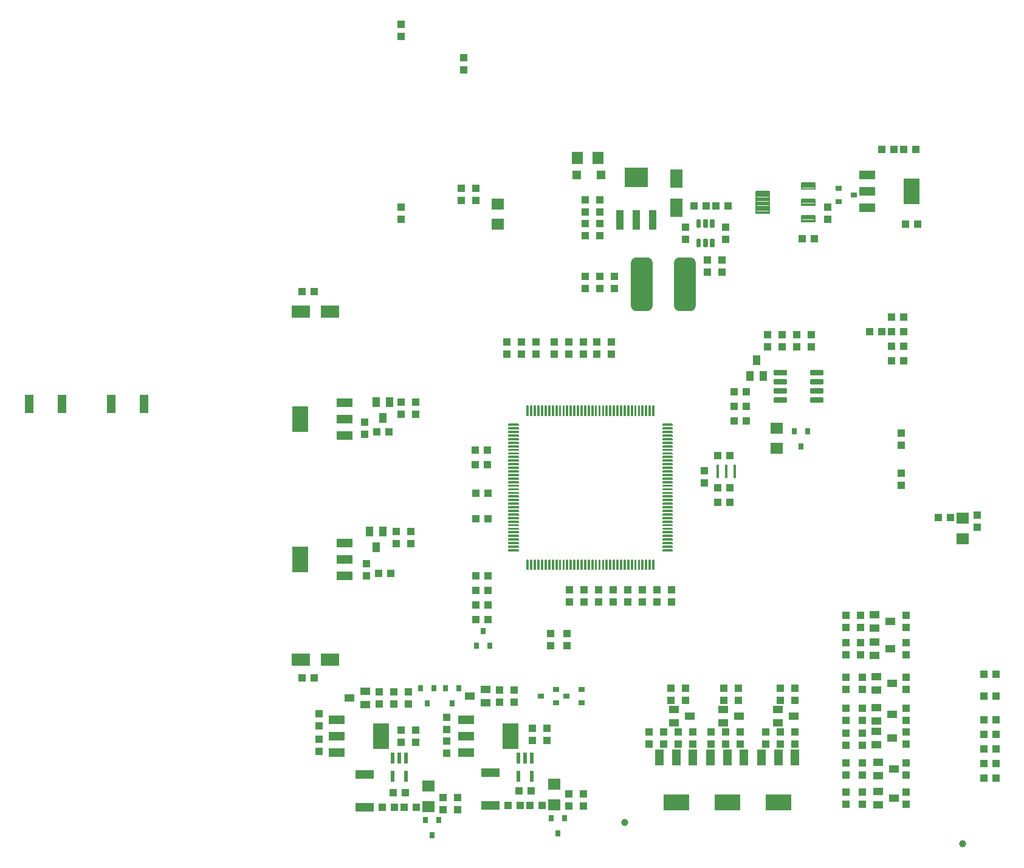
<source format=gbr>
G04 EAGLE Gerber RS-274X export*
G75*
%MOMM*%
%FSLAX34Y34*%
%LPD*%
%INSolderpaste Top*%
%IPPOS*%
%AMOC8*
5,1,8,0,0,1.08239X$1,22.5*%
G01*
%ADD10R,1.100000X1.000000*%
%ADD11R,1.000000X1.100000*%
%ADD12R,2.650000X1.750000*%
%ADD13R,0.800000X0.900000*%
%ADD14R,1.750000X2.650000*%
%ADD15R,0.900000X0.800000*%
%ADD16C,0.360000*%
%ADD17R,0.609600X1.625600*%
%ADD18C,0.300000*%
%ADD19R,3.300000X2.700000*%
%ADD20R,1.000000X2.700000*%
%ADD21C,1.500000*%
%ADD22R,2.235200X1.219200*%
%ADD23R,2.200000X3.600000*%
%ADD24R,1.000000X1.400000*%
%ADD25R,1.400000X1.000000*%
%ADD26R,1.803000X1.600000*%
%ADD27R,2.658000X1.256000*%
%ADD28R,1.219200X2.235200*%
%ADD29R,3.600000X2.200000*%
%ADD30R,1.300000X1.300000*%
%ADD31R,1.600000X1.803000*%
%ADD32R,1.256000X2.658000*%
%ADD33C,1.000000*%
%ADD34C,0.200000*%
%ADD35C,0.205000*%
%ADD36R,0.400000X1.900000*%
%ADD37C,0.150000*%


D10*
X575700Y81280D03*
X592700Y81280D03*
D11*
X612140Y225180D03*
X612140Y242180D03*
X1049020Y844160D03*
X1049020Y827160D03*
X1028700Y844160D03*
X1028700Y827160D03*
X899160Y821300D03*
X899160Y804300D03*
X878840Y821300D03*
X878840Y804300D03*
X858520Y821300D03*
X858520Y804300D03*
X998220Y889880D03*
X998220Y872880D03*
X810260Y323460D03*
X810260Y306460D03*
X878840Y877960D03*
X878840Y894960D03*
X858520Y877960D03*
X858520Y894960D03*
X878840Y927980D03*
X878840Y910980D03*
X858520Y927980D03*
X858520Y910980D03*
X1173480Y740020D03*
X1173480Y723020D03*
X1153160Y740020D03*
X1153160Y723020D03*
D10*
X1285630Y744220D03*
X1302630Y744220D03*
X1319140Y998220D03*
X1302140Y998220D03*
X606180Y81280D03*
X623180Y81280D03*
X781440Y83820D03*
X798440Y83820D03*
X750960Y83820D03*
X767960Y83820D03*
D11*
X833120Y323460D03*
X833120Y306460D03*
D12*
X462450Y772160D03*
X502750Y772160D03*
D13*
X706812Y306230D03*
X725812Y306230D03*
X716312Y327230D03*
D14*
X985520Y917110D03*
X985520Y957410D03*
D12*
X462450Y287020D03*
X502750Y287020D03*
D15*
X1211740Y944220D03*
X1211740Y925220D03*
X1232740Y934720D03*
D13*
X654660Y63340D03*
X635660Y63340D03*
X645160Y42340D03*
X682600Y247490D03*
X663600Y247490D03*
X673100Y226490D03*
X829920Y65880D03*
X810920Y65880D03*
X820420Y44880D03*
D15*
X853280Y226720D03*
X853280Y245720D03*
X832280Y236220D03*
X817720Y226720D03*
X817720Y245720D03*
X796720Y236220D03*
D13*
X648310Y247490D03*
X629310Y247490D03*
X638810Y226490D03*
D16*
X1122600Y685270D02*
X1138000Y685270D01*
X1122600Y685270D02*
X1122600Y688870D01*
X1138000Y688870D01*
X1138000Y685270D01*
X1138000Y688690D02*
X1122600Y688690D01*
X1122600Y672570D02*
X1138000Y672570D01*
X1122600Y672570D02*
X1122600Y676170D01*
X1138000Y676170D01*
X1138000Y672570D01*
X1138000Y675990D02*
X1122600Y675990D01*
X1122600Y659870D02*
X1138000Y659870D01*
X1122600Y659870D02*
X1122600Y663470D01*
X1138000Y663470D01*
X1138000Y659870D01*
X1138000Y663290D02*
X1122600Y663290D01*
X1122600Y647170D02*
X1138000Y647170D01*
X1122600Y647170D02*
X1122600Y650770D01*
X1138000Y650770D01*
X1138000Y647170D01*
X1138000Y650590D02*
X1122600Y650590D01*
X1173400Y647170D02*
X1188800Y647170D01*
X1173400Y647170D02*
X1173400Y650770D01*
X1188800Y650770D01*
X1188800Y647170D01*
X1188800Y650590D02*
X1173400Y650590D01*
X1173400Y659870D02*
X1188800Y659870D01*
X1173400Y659870D02*
X1173400Y663470D01*
X1188800Y663470D01*
X1188800Y659870D01*
X1188800Y663290D02*
X1173400Y663290D01*
X1173400Y672570D02*
X1188800Y672570D01*
X1173400Y672570D02*
X1173400Y676170D01*
X1188800Y676170D01*
X1188800Y672570D01*
X1188800Y675990D02*
X1173400Y675990D01*
X1173400Y685270D02*
X1188800Y685270D01*
X1173400Y685270D02*
X1173400Y688870D01*
X1188800Y688870D01*
X1188800Y685270D01*
X1188800Y688690D02*
X1173400Y688690D01*
D17*
X784200Y149606D03*
X774700Y149606D03*
X765200Y149606D03*
X765200Y124714D03*
X784200Y124714D03*
X608940Y149606D03*
X599440Y149606D03*
X589940Y149606D03*
X589940Y124714D03*
X608940Y124714D03*
D18*
X1015160Y890880D02*
X1018160Y890880D01*
X1015160Y890880D02*
X1015160Y898880D01*
X1018160Y898880D01*
X1018160Y890880D01*
X1018160Y893730D02*
X1015160Y893730D01*
X1015160Y896580D02*
X1018160Y896580D01*
X1034160Y890880D02*
X1037160Y890880D01*
X1034160Y890880D02*
X1034160Y898880D01*
X1037160Y898880D01*
X1037160Y890880D01*
X1037160Y893730D02*
X1034160Y893730D01*
X1034160Y896580D02*
X1037160Y896580D01*
X1037160Y863880D02*
X1034160Y863880D01*
X1034160Y871880D01*
X1037160Y871880D01*
X1037160Y863880D01*
X1037160Y866730D02*
X1034160Y866730D01*
X1034160Y869580D02*
X1037160Y869580D01*
X1027660Y863880D02*
X1024660Y863880D01*
X1024660Y871880D01*
X1027660Y871880D01*
X1027660Y863880D01*
X1027660Y866730D02*
X1024660Y866730D01*
X1024660Y869580D02*
X1027660Y869580D01*
X1018160Y863880D02*
X1015160Y863880D01*
X1015160Y871880D01*
X1018160Y871880D01*
X1018160Y863880D01*
X1018160Y866730D02*
X1015160Y866730D01*
X1015160Y869580D02*
X1018160Y869580D01*
X1024660Y890880D02*
X1027660Y890880D01*
X1024660Y890880D02*
X1024660Y898880D01*
X1027660Y898880D01*
X1027660Y890880D01*
X1027660Y893730D02*
X1024660Y893730D01*
X1024660Y896580D02*
X1027660Y896580D01*
D19*
X929640Y959140D03*
D20*
X952640Y900140D03*
X929640Y900140D03*
X906640Y900140D03*
D21*
X990240Y840260D02*
X1005240Y840260D01*
X1005240Y780260D01*
X990240Y780260D01*
X990240Y840260D01*
X990240Y794510D02*
X1005240Y794510D01*
X1005240Y808760D02*
X990240Y808760D01*
X990240Y823010D02*
X1005240Y823010D01*
X1005240Y837260D02*
X990240Y837260D01*
X945240Y840260D02*
X930240Y840260D01*
X945240Y840260D02*
X945240Y780260D01*
X930240Y780260D01*
X930240Y840260D01*
X930240Y794510D02*
X945240Y794510D01*
X945240Y808760D02*
X930240Y808760D01*
X930240Y823010D02*
X945240Y823010D01*
X945240Y837260D02*
X930240Y837260D01*
D22*
X523748Y599186D03*
X523748Y622300D03*
X523748Y645414D03*
D23*
X461770Y622300D03*
D24*
X1097280Y704420D03*
X1106780Y682420D03*
X1087780Y682420D03*
X576580Y624000D03*
X567080Y646000D03*
X586080Y646000D03*
D22*
X523748Y403606D03*
X523748Y426720D03*
X523748Y449834D03*
D23*
X461770Y426720D03*
D24*
X567690Y443660D03*
X558190Y465660D03*
X577190Y465660D03*
D22*
X1251712Y962914D03*
X1251712Y939800D03*
X1251712Y916686D03*
D23*
X1313690Y939800D03*
D22*
X692912Y203454D03*
X692912Y180340D03*
X692912Y157226D03*
D23*
X754890Y180340D03*
D25*
X697660Y236220D03*
X719660Y245720D03*
X719660Y226720D03*
D22*
X512572Y203454D03*
X512572Y180340D03*
X512572Y157226D03*
D23*
X574550Y180340D03*
D25*
X530020Y233680D03*
X552020Y243180D03*
X552020Y224180D03*
D10*
X480940Y800100D03*
X463940Y800100D03*
D11*
X553720Y404250D03*
X553720Y421250D03*
D10*
X587620Y407670D03*
X570620Y407670D03*
D11*
X595630Y448700D03*
X595630Y465700D03*
X615950Y465700D03*
X615950Y448700D03*
D10*
X1112520Y723020D03*
X1112520Y740020D03*
X1132840Y723020D03*
X1132840Y740020D03*
D11*
X1082920Y619760D03*
X1065920Y619760D03*
X1288660Y998220D03*
X1271660Y998220D03*
D26*
X640080Y82300D03*
X640080Y110740D03*
D10*
X660400Y94860D03*
X660400Y77860D03*
D11*
X551180Y601100D03*
X551180Y618100D03*
D10*
X680720Y77860D03*
X680720Y94860D03*
D26*
X815340Y84840D03*
X815340Y113280D03*
D10*
X835660Y99940D03*
X835660Y82940D03*
X855980Y82940D03*
X855980Y99940D03*
D11*
X665480Y173600D03*
X665480Y156600D03*
X665480Y206620D03*
X665480Y189620D03*
X739140Y244720D03*
X739140Y227720D03*
X759460Y227720D03*
X759460Y244720D03*
D27*
X726440Y129690D03*
X726440Y83670D03*
D11*
X784860Y191380D03*
X784860Y174380D03*
D10*
X585080Y604520D03*
X568080Y604520D03*
D11*
X805180Y174380D03*
X805180Y191380D03*
D10*
X766200Y104140D03*
X783200Y104140D03*
D11*
X487680Y176140D03*
X487680Y159140D03*
X487680Y211700D03*
X487680Y194700D03*
X571500Y242180D03*
X571500Y225180D03*
X591820Y225180D03*
X591820Y242180D03*
D27*
X551180Y127150D03*
X551180Y81130D03*
D11*
X601980Y188840D03*
X601980Y171840D03*
X622300Y171840D03*
X622300Y188840D03*
D10*
X590940Y101600D03*
X607940Y101600D03*
D11*
X601980Y629040D03*
X601980Y646040D03*
X723510Y363220D03*
X706510Y363220D03*
X723510Y383540D03*
X706510Y383540D03*
X723510Y342900D03*
X706510Y342900D03*
D10*
X1054100Y889880D03*
X1054100Y872880D03*
D11*
X1040520Y919480D03*
X1057520Y919480D03*
X1027040Y919480D03*
X1010040Y919480D03*
X1082920Y640080D03*
X1065920Y640080D03*
X1082920Y660400D03*
X1065920Y660400D03*
X1272150Y744220D03*
X1255150Y744220D03*
X622300Y646040D03*
X622300Y629040D03*
X1285630Y723900D03*
X1302630Y723900D03*
D10*
X480940Y261620D03*
X463940Y261620D03*
D11*
X1299210Y529980D03*
X1299210Y546980D03*
X1299210Y602860D03*
X1299210Y585860D03*
D26*
X1384300Y484120D03*
X1384300Y455680D03*
D11*
X1404620Y471560D03*
X1404620Y488560D03*
X1350400Y485140D03*
X1367400Y485140D03*
D13*
X1169010Y605630D03*
X1150010Y605630D03*
X1159510Y584630D03*
D26*
X1125220Y609850D03*
X1125220Y581410D03*
D11*
X1285630Y764540D03*
X1302630Y764540D03*
X1285630Y703580D03*
X1302630Y703580D03*
D10*
X998220Y247260D03*
X998220Y230260D03*
X977900Y247260D03*
X977900Y230260D03*
D25*
X1004140Y208280D03*
X982140Y198780D03*
X982140Y217780D03*
D28*
X1008634Y150368D03*
X985520Y150368D03*
X962406Y150368D03*
D29*
X985520Y88390D03*
D10*
X1008380Y186300D03*
X1008380Y169300D03*
X988060Y169300D03*
X988060Y186300D03*
X1150620Y247260D03*
X1150620Y230260D03*
X1130300Y247260D03*
X1130300Y230260D03*
D25*
X1148920Y208280D03*
X1126920Y198780D03*
X1126920Y217780D03*
D28*
X1150874Y150368D03*
X1127760Y150368D03*
X1104646Y150368D03*
D29*
X1127760Y88390D03*
D10*
X1150620Y186300D03*
X1150620Y169300D03*
X1130300Y169300D03*
X1130300Y186300D03*
X1071880Y247260D03*
X1071880Y230260D03*
X1051560Y247260D03*
X1051560Y230260D03*
D25*
X1072720Y208280D03*
X1050720Y198780D03*
X1050720Y217780D03*
D28*
X1079754Y150368D03*
X1056640Y150368D03*
X1033526Y150368D03*
D29*
X1056640Y88390D03*
D10*
X1074420Y186300D03*
X1074420Y169300D03*
X1054100Y169300D03*
X1054100Y186300D03*
X1413900Y266700D03*
X1430900Y266700D03*
X1413900Y236220D03*
X1430900Y236220D03*
X1413900Y203200D03*
X1430900Y203200D03*
D11*
X1109980Y186300D03*
X1109980Y169300D03*
X1033780Y186300D03*
X1033780Y169300D03*
X967740Y186300D03*
X967740Y169300D03*
D10*
X947420Y186300D03*
X947420Y169300D03*
D25*
X1288620Y93980D03*
X1266620Y84480D03*
X1266620Y103480D03*
D11*
X1305560Y85480D03*
X1305560Y102480D03*
D10*
X1244600Y102480D03*
X1244600Y85480D03*
X1221740Y85480D03*
X1221740Y102480D03*
D25*
X1288620Y134620D03*
X1266620Y125120D03*
X1266620Y144120D03*
D11*
X1305560Y143120D03*
X1305560Y126120D03*
D10*
X1244600Y143120D03*
X1244600Y126120D03*
X1221740Y126120D03*
X1221740Y143120D03*
D25*
X1286080Y177800D03*
X1264080Y168300D03*
X1264080Y187300D03*
D11*
X1305560Y186300D03*
X1305560Y169300D03*
D10*
X1244600Y185030D03*
X1244600Y168030D03*
X1221740Y168030D03*
X1221740Y185030D03*
D25*
X1283540Y302260D03*
X1261540Y292760D03*
X1261540Y311760D03*
D11*
X1305560Y310760D03*
X1305560Y293760D03*
D10*
X1242060Y310760D03*
X1242060Y293760D03*
X1221740Y293760D03*
X1221740Y310760D03*
D25*
X1286080Y210820D03*
X1264080Y201320D03*
X1264080Y220320D03*
D11*
X1305560Y202320D03*
X1305560Y219320D03*
D10*
X1244600Y219320D03*
X1244600Y202320D03*
X1221740Y202320D03*
X1221740Y219320D03*
D25*
X1283540Y340360D03*
X1261540Y330860D03*
X1261540Y349860D03*
D11*
X1305560Y348860D03*
X1305560Y331860D03*
D10*
X1242060Y348860D03*
X1242060Y331860D03*
X1221740Y331860D03*
X1221740Y348860D03*
D25*
X1286080Y254000D03*
X1264080Y244500D03*
X1264080Y263500D03*
D11*
X1305560Y262500D03*
X1305560Y245500D03*
D10*
X1244600Y262500D03*
X1244600Y245500D03*
X1221740Y245500D03*
X1221740Y262500D03*
D11*
X815340Y712860D03*
X815340Y729860D03*
D10*
X1321680Y894080D03*
X1304680Y894080D03*
D30*
X846600Y962660D03*
X880600Y962660D03*
D31*
X848110Y986790D03*
X876550Y986790D03*
D11*
X1430900Y162560D03*
X1413900Y162560D03*
X1430900Y182880D03*
X1413900Y182880D03*
X1430900Y121920D03*
X1413900Y121920D03*
X1430900Y142240D03*
X1413900Y142240D03*
D32*
X197970Y643890D03*
X243990Y643890D03*
X83670Y643890D03*
X129690Y643890D03*
D33*
X1384300Y30480D03*
X914019Y59944D03*
D34*
X1160420Y897560D02*
X1160420Y905560D01*
X1178920Y905560D01*
X1178920Y897560D01*
X1160420Y897560D01*
X1160420Y899460D02*
X1178920Y899460D01*
X1178920Y901360D02*
X1160420Y901360D01*
X1160420Y903260D02*
X1178920Y903260D01*
X1178920Y905160D02*
X1160420Y905160D01*
X1160420Y920560D02*
X1160420Y928560D01*
X1178920Y928560D01*
X1178920Y920560D01*
X1160420Y920560D01*
X1160420Y922460D02*
X1178920Y922460D01*
X1178920Y924360D02*
X1160420Y924360D01*
X1160420Y926260D02*
X1178920Y926260D01*
X1178920Y928160D02*
X1160420Y928160D01*
X1160420Y943560D02*
X1160420Y951560D01*
X1178920Y951560D01*
X1178920Y943560D01*
X1160420Y943560D01*
X1160420Y945460D02*
X1178920Y945460D01*
X1178920Y947360D02*
X1160420Y947360D01*
X1160420Y949260D02*
X1178920Y949260D01*
X1178920Y951160D02*
X1160420Y951160D01*
D35*
X1096945Y939785D02*
X1096945Y909335D01*
X1096945Y939785D02*
X1115395Y939785D01*
X1115395Y909335D01*
X1096945Y909335D01*
X1096945Y911282D02*
X1115395Y911282D01*
X1115395Y913229D02*
X1096945Y913229D01*
X1096945Y915176D02*
X1115395Y915176D01*
X1115395Y917123D02*
X1096945Y917123D01*
X1096945Y919070D02*
X1115395Y919070D01*
X1115395Y921017D02*
X1096945Y921017D01*
X1096945Y922964D02*
X1115395Y922964D01*
X1115395Y924911D02*
X1096945Y924911D01*
X1096945Y926858D02*
X1115395Y926858D01*
X1115395Y928805D02*
X1096945Y928805D01*
X1096945Y930752D02*
X1115395Y930752D01*
X1115395Y932699D02*
X1096945Y932699D01*
X1096945Y934646D02*
X1115395Y934646D01*
X1115395Y936593D02*
X1096945Y936593D01*
X1096945Y938540D02*
X1115395Y938540D01*
D10*
X1196340Y900820D03*
X1196340Y917820D03*
D11*
X1161170Y873760D03*
X1178170Y873760D03*
D10*
X1024890Y533790D03*
X1024890Y550790D03*
D11*
X1060060Y527050D03*
X1043060Y527050D03*
D10*
X1060060Y571500D03*
X1043060Y571500D03*
X1060060Y506730D03*
X1043060Y506730D03*
X769620Y712860D03*
X769620Y729860D03*
X789940Y712860D03*
X789940Y729860D03*
D11*
X895350Y729860D03*
X895350Y712860D03*
X835660Y729860D03*
X835660Y712860D03*
D10*
X705240Y558800D03*
X722240Y558800D03*
X706510Y519430D03*
X723510Y519430D03*
X705240Y579120D03*
X722240Y579120D03*
X706510Y483870D03*
X723510Y483870D03*
D11*
X958850Y367420D03*
X958850Y384420D03*
X918210Y367420D03*
X918210Y384420D03*
X938530Y367420D03*
X938530Y384420D03*
X897890Y367420D03*
X897890Y384420D03*
X877570Y367420D03*
X877570Y384420D03*
X857250Y367420D03*
X857250Y384420D03*
D10*
X706510Y403860D03*
X723510Y403860D03*
D11*
X979170Y367420D03*
X979170Y384420D03*
X836930Y367420D03*
X836930Y384420D03*
D36*
X1043370Y549910D03*
X1055370Y549910D03*
X1067370Y549910D03*
D10*
X601980Y1173090D03*
X601980Y1156090D03*
D11*
X685800Y944490D03*
X685800Y927490D03*
X689610Y1126100D03*
X689610Y1109100D03*
X601980Y917820D03*
X601980Y900820D03*
X706120Y944490D03*
X706120Y927490D03*
X749300Y712860D03*
X749300Y729860D03*
D10*
X855980Y712860D03*
X855980Y729860D03*
D11*
X875030Y712860D03*
X875030Y729860D03*
D37*
X952890Y426300D02*
X954390Y426300D01*
X954390Y413300D01*
X952890Y413300D01*
X952890Y426300D01*
X952890Y414725D02*
X954390Y414725D01*
X954390Y416150D02*
X952890Y416150D01*
X952890Y417575D02*
X954390Y417575D01*
X954390Y419000D02*
X952890Y419000D01*
X952890Y420425D02*
X954390Y420425D01*
X954390Y421850D02*
X952890Y421850D01*
X952890Y423275D02*
X954390Y423275D01*
X954390Y424700D02*
X952890Y424700D01*
X952890Y426125D02*
X954390Y426125D01*
X949390Y426300D02*
X947890Y426300D01*
X949390Y426300D02*
X949390Y413300D01*
X947890Y413300D01*
X947890Y426300D01*
X947890Y414725D02*
X949390Y414725D01*
X949390Y416150D02*
X947890Y416150D01*
X947890Y417575D02*
X949390Y417575D01*
X949390Y419000D02*
X947890Y419000D01*
X947890Y420425D02*
X949390Y420425D01*
X949390Y421850D02*
X947890Y421850D01*
X947890Y423275D02*
X949390Y423275D01*
X949390Y424700D02*
X947890Y424700D01*
X947890Y426125D02*
X949390Y426125D01*
X944390Y426300D02*
X942890Y426300D01*
X944390Y426300D02*
X944390Y413300D01*
X942890Y413300D01*
X942890Y426300D01*
X942890Y414725D02*
X944390Y414725D01*
X944390Y416150D02*
X942890Y416150D01*
X942890Y417575D02*
X944390Y417575D01*
X944390Y419000D02*
X942890Y419000D01*
X942890Y420425D02*
X944390Y420425D01*
X944390Y421850D02*
X942890Y421850D01*
X942890Y423275D02*
X944390Y423275D01*
X944390Y424700D02*
X942890Y424700D01*
X942890Y426125D02*
X944390Y426125D01*
X939390Y426300D02*
X937890Y426300D01*
X939390Y426300D02*
X939390Y413300D01*
X937890Y413300D01*
X937890Y426300D01*
X937890Y414725D02*
X939390Y414725D01*
X939390Y416150D02*
X937890Y416150D01*
X937890Y417575D02*
X939390Y417575D01*
X939390Y419000D02*
X937890Y419000D01*
X937890Y420425D02*
X939390Y420425D01*
X939390Y421850D02*
X937890Y421850D01*
X937890Y423275D02*
X939390Y423275D01*
X939390Y424700D02*
X937890Y424700D01*
X937890Y426125D02*
X939390Y426125D01*
X934390Y426300D02*
X932890Y426300D01*
X934390Y426300D02*
X934390Y413300D01*
X932890Y413300D01*
X932890Y426300D01*
X932890Y414725D02*
X934390Y414725D01*
X934390Y416150D02*
X932890Y416150D01*
X932890Y417575D02*
X934390Y417575D01*
X934390Y419000D02*
X932890Y419000D01*
X932890Y420425D02*
X934390Y420425D01*
X934390Y421850D02*
X932890Y421850D01*
X932890Y423275D02*
X934390Y423275D01*
X934390Y424700D02*
X932890Y424700D01*
X932890Y426125D02*
X934390Y426125D01*
X929390Y426300D02*
X927890Y426300D01*
X929390Y426300D02*
X929390Y413300D01*
X927890Y413300D01*
X927890Y426300D01*
X927890Y414725D02*
X929390Y414725D01*
X929390Y416150D02*
X927890Y416150D01*
X927890Y417575D02*
X929390Y417575D01*
X929390Y419000D02*
X927890Y419000D01*
X927890Y420425D02*
X929390Y420425D01*
X929390Y421850D02*
X927890Y421850D01*
X927890Y423275D02*
X929390Y423275D01*
X929390Y424700D02*
X927890Y424700D01*
X927890Y426125D02*
X929390Y426125D01*
X924390Y426300D02*
X922890Y426300D01*
X924390Y426300D02*
X924390Y413300D01*
X922890Y413300D01*
X922890Y426300D01*
X922890Y414725D02*
X924390Y414725D01*
X924390Y416150D02*
X922890Y416150D01*
X922890Y417575D02*
X924390Y417575D01*
X924390Y419000D02*
X922890Y419000D01*
X922890Y420425D02*
X924390Y420425D01*
X924390Y421850D02*
X922890Y421850D01*
X922890Y423275D02*
X924390Y423275D01*
X924390Y424700D02*
X922890Y424700D01*
X922890Y426125D02*
X924390Y426125D01*
X919390Y426300D02*
X917890Y426300D01*
X919390Y426300D02*
X919390Y413300D01*
X917890Y413300D01*
X917890Y426300D01*
X917890Y414725D02*
X919390Y414725D01*
X919390Y416150D02*
X917890Y416150D01*
X917890Y417575D02*
X919390Y417575D01*
X919390Y419000D02*
X917890Y419000D01*
X917890Y420425D02*
X919390Y420425D01*
X919390Y421850D02*
X917890Y421850D01*
X917890Y423275D02*
X919390Y423275D01*
X919390Y424700D02*
X917890Y424700D01*
X917890Y426125D02*
X919390Y426125D01*
X914390Y426300D02*
X912890Y426300D01*
X914390Y426300D02*
X914390Y413300D01*
X912890Y413300D01*
X912890Y426300D01*
X912890Y414725D02*
X914390Y414725D01*
X914390Y416150D02*
X912890Y416150D01*
X912890Y417575D02*
X914390Y417575D01*
X914390Y419000D02*
X912890Y419000D01*
X912890Y420425D02*
X914390Y420425D01*
X914390Y421850D02*
X912890Y421850D01*
X912890Y423275D02*
X914390Y423275D01*
X914390Y424700D02*
X912890Y424700D01*
X912890Y426125D02*
X914390Y426125D01*
X909390Y426300D02*
X907890Y426300D01*
X909390Y426300D02*
X909390Y413300D01*
X907890Y413300D01*
X907890Y426300D01*
X907890Y414725D02*
X909390Y414725D01*
X909390Y416150D02*
X907890Y416150D01*
X907890Y417575D02*
X909390Y417575D01*
X909390Y419000D02*
X907890Y419000D01*
X907890Y420425D02*
X909390Y420425D01*
X909390Y421850D02*
X907890Y421850D01*
X907890Y423275D02*
X909390Y423275D01*
X909390Y424700D02*
X907890Y424700D01*
X907890Y426125D02*
X909390Y426125D01*
X904390Y426300D02*
X902890Y426300D01*
X904390Y426300D02*
X904390Y413300D01*
X902890Y413300D01*
X902890Y426300D01*
X902890Y414725D02*
X904390Y414725D01*
X904390Y416150D02*
X902890Y416150D01*
X902890Y417575D02*
X904390Y417575D01*
X904390Y419000D02*
X902890Y419000D01*
X902890Y420425D02*
X904390Y420425D01*
X904390Y421850D02*
X902890Y421850D01*
X902890Y423275D02*
X904390Y423275D01*
X904390Y424700D02*
X902890Y424700D01*
X902890Y426125D02*
X904390Y426125D01*
X899390Y426300D02*
X897890Y426300D01*
X899390Y426300D02*
X899390Y413300D01*
X897890Y413300D01*
X897890Y426300D01*
X897890Y414725D02*
X899390Y414725D01*
X899390Y416150D02*
X897890Y416150D01*
X897890Y417575D02*
X899390Y417575D01*
X899390Y419000D02*
X897890Y419000D01*
X897890Y420425D02*
X899390Y420425D01*
X899390Y421850D02*
X897890Y421850D01*
X897890Y423275D02*
X899390Y423275D01*
X899390Y424700D02*
X897890Y424700D01*
X897890Y426125D02*
X899390Y426125D01*
X894390Y426300D02*
X892890Y426300D01*
X894390Y426300D02*
X894390Y413300D01*
X892890Y413300D01*
X892890Y426300D01*
X892890Y414725D02*
X894390Y414725D01*
X894390Y416150D02*
X892890Y416150D01*
X892890Y417575D02*
X894390Y417575D01*
X894390Y419000D02*
X892890Y419000D01*
X892890Y420425D02*
X894390Y420425D01*
X894390Y421850D02*
X892890Y421850D01*
X892890Y423275D02*
X894390Y423275D01*
X894390Y424700D02*
X892890Y424700D01*
X892890Y426125D02*
X894390Y426125D01*
X889390Y426300D02*
X887890Y426300D01*
X889390Y426300D02*
X889390Y413300D01*
X887890Y413300D01*
X887890Y426300D01*
X887890Y414725D02*
X889390Y414725D01*
X889390Y416150D02*
X887890Y416150D01*
X887890Y417575D02*
X889390Y417575D01*
X889390Y419000D02*
X887890Y419000D01*
X887890Y420425D02*
X889390Y420425D01*
X889390Y421850D02*
X887890Y421850D01*
X887890Y423275D02*
X889390Y423275D01*
X889390Y424700D02*
X887890Y424700D01*
X887890Y426125D02*
X889390Y426125D01*
X884390Y426300D02*
X882890Y426300D01*
X884390Y426300D02*
X884390Y413300D01*
X882890Y413300D01*
X882890Y426300D01*
X882890Y414725D02*
X884390Y414725D01*
X884390Y416150D02*
X882890Y416150D01*
X882890Y417575D02*
X884390Y417575D01*
X884390Y419000D02*
X882890Y419000D01*
X882890Y420425D02*
X884390Y420425D01*
X884390Y421850D02*
X882890Y421850D01*
X882890Y423275D02*
X884390Y423275D01*
X884390Y424700D02*
X882890Y424700D01*
X882890Y426125D02*
X884390Y426125D01*
X879390Y426300D02*
X877890Y426300D01*
X879390Y426300D02*
X879390Y413300D01*
X877890Y413300D01*
X877890Y426300D01*
X877890Y414725D02*
X879390Y414725D01*
X879390Y416150D02*
X877890Y416150D01*
X877890Y417575D02*
X879390Y417575D01*
X879390Y419000D02*
X877890Y419000D01*
X877890Y420425D02*
X879390Y420425D01*
X879390Y421850D02*
X877890Y421850D01*
X877890Y423275D02*
X879390Y423275D01*
X879390Y424700D02*
X877890Y424700D01*
X877890Y426125D02*
X879390Y426125D01*
X874390Y426300D02*
X872890Y426300D01*
X874390Y426300D02*
X874390Y413300D01*
X872890Y413300D01*
X872890Y426300D01*
X872890Y414725D02*
X874390Y414725D01*
X874390Y416150D02*
X872890Y416150D01*
X872890Y417575D02*
X874390Y417575D01*
X874390Y419000D02*
X872890Y419000D01*
X872890Y420425D02*
X874390Y420425D01*
X874390Y421850D02*
X872890Y421850D01*
X872890Y423275D02*
X874390Y423275D01*
X874390Y424700D02*
X872890Y424700D01*
X872890Y426125D02*
X874390Y426125D01*
X869390Y426300D02*
X867890Y426300D01*
X869390Y426300D02*
X869390Y413300D01*
X867890Y413300D01*
X867890Y426300D01*
X867890Y414725D02*
X869390Y414725D01*
X869390Y416150D02*
X867890Y416150D01*
X867890Y417575D02*
X869390Y417575D01*
X869390Y419000D02*
X867890Y419000D01*
X867890Y420425D02*
X869390Y420425D01*
X869390Y421850D02*
X867890Y421850D01*
X867890Y423275D02*
X869390Y423275D01*
X869390Y424700D02*
X867890Y424700D01*
X867890Y426125D02*
X869390Y426125D01*
X864390Y426300D02*
X862890Y426300D01*
X864390Y426300D02*
X864390Y413300D01*
X862890Y413300D01*
X862890Y426300D01*
X862890Y414725D02*
X864390Y414725D01*
X864390Y416150D02*
X862890Y416150D01*
X862890Y417575D02*
X864390Y417575D01*
X864390Y419000D02*
X862890Y419000D01*
X862890Y420425D02*
X864390Y420425D01*
X864390Y421850D02*
X862890Y421850D01*
X862890Y423275D02*
X864390Y423275D01*
X864390Y424700D02*
X862890Y424700D01*
X862890Y426125D02*
X864390Y426125D01*
X859390Y426300D02*
X857890Y426300D01*
X859390Y426300D02*
X859390Y413300D01*
X857890Y413300D01*
X857890Y426300D01*
X857890Y414725D02*
X859390Y414725D01*
X859390Y416150D02*
X857890Y416150D01*
X857890Y417575D02*
X859390Y417575D01*
X859390Y419000D02*
X857890Y419000D01*
X857890Y420425D02*
X859390Y420425D01*
X859390Y421850D02*
X857890Y421850D01*
X857890Y423275D02*
X859390Y423275D01*
X859390Y424700D02*
X857890Y424700D01*
X857890Y426125D02*
X859390Y426125D01*
X854390Y426300D02*
X852890Y426300D01*
X854390Y426300D02*
X854390Y413300D01*
X852890Y413300D01*
X852890Y426300D01*
X852890Y414725D02*
X854390Y414725D01*
X854390Y416150D02*
X852890Y416150D01*
X852890Y417575D02*
X854390Y417575D01*
X854390Y419000D02*
X852890Y419000D01*
X852890Y420425D02*
X854390Y420425D01*
X854390Y421850D02*
X852890Y421850D01*
X852890Y423275D02*
X854390Y423275D01*
X854390Y424700D02*
X852890Y424700D01*
X852890Y426125D02*
X854390Y426125D01*
X849390Y426300D02*
X847890Y426300D01*
X849390Y426300D02*
X849390Y413300D01*
X847890Y413300D01*
X847890Y426300D01*
X847890Y414725D02*
X849390Y414725D01*
X849390Y416150D02*
X847890Y416150D01*
X847890Y417575D02*
X849390Y417575D01*
X849390Y419000D02*
X847890Y419000D01*
X847890Y420425D02*
X849390Y420425D01*
X849390Y421850D02*
X847890Y421850D01*
X847890Y423275D02*
X849390Y423275D01*
X849390Y424700D02*
X847890Y424700D01*
X847890Y426125D02*
X849390Y426125D01*
X844390Y426300D02*
X842890Y426300D01*
X844390Y426300D02*
X844390Y413300D01*
X842890Y413300D01*
X842890Y426300D01*
X842890Y414725D02*
X844390Y414725D01*
X844390Y416150D02*
X842890Y416150D01*
X842890Y417575D02*
X844390Y417575D01*
X844390Y419000D02*
X842890Y419000D01*
X842890Y420425D02*
X844390Y420425D01*
X844390Y421850D02*
X842890Y421850D01*
X842890Y423275D02*
X844390Y423275D01*
X844390Y424700D02*
X842890Y424700D01*
X842890Y426125D02*
X844390Y426125D01*
X839390Y426300D02*
X837890Y426300D01*
X839390Y426300D02*
X839390Y413300D01*
X837890Y413300D01*
X837890Y426300D01*
X837890Y414725D02*
X839390Y414725D01*
X839390Y416150D02*
X837890Y416150D01*
X837890Y417575D02*
X839390Y417575D01*
X839390Y419000D02*
X837890Y419000D01*
X837890Y420425D02*
X839390Y420425D01*
X839390Y421850D02*
X837890Y421850D01*
X837890Y423275D02*
X839390Y423275D01*
X839390Y424700D02*
X837890Y424700D01*
X837890Y426125D02*
X839390Y426125D01*
X834390Y426300D02*
X832890Y426300D01*
X834390Y426300D02*
X834390Y413300D01*
X832890Y413300D01*
X832890Y426300D01*
X832890Y414725D02*
X834390Y414725D01*
X834390Y416150D02*
X832890Y416150D01*
X832890Y417575D02*
X834390Y417575D01*
X834390Y419000D02*
X832890Y419000D01*
X832890Y420425D02*
X834390Y420425D01*
X834390Y421850D02*
X832890Y421850D01*
X832890Y423275D02*
X834390Y423275D01*
X834390Y424700D02*
X832890Y424700D01*
X832890Y426125D02*
X834390Y426125D01*
X829390Y426300D02*
X827890Y426300D01*
X829390Y426300D02*
X829390Y413300D01*
X827890Y413300D01*
X827890Y426300D01*
X827890Y414725D02*
X829390Y414725D01*
X829390Y416150D02*
X827890Y416150D01*
X827890Y417575D02*
X829390Y417575D01*
X829390Y419000D02*
X827890Y419000D01*
X827890Y420425D02*
X829390Y420425D01*
X829390Y421850D02*
X827890Y421850D01*
X827890Y423275D02*
X829390Y423275D01*
X829390Y424700D02*
X827890Y424700D01*
X827890Y426125D02*
X829390Y426125D01*
X824390Y426300D02*
X822890Y426300D01*
X824390Y426300D02*
X824390Y413300D01*
X822890Y413300D01*
X822890Y426300D01*
X822890Y414725D02*
X824390Y414725D01*
X824390Y416150D02*
X822890Y416150D01*
X822890Y417575D02*
X824390Y417575D01*
X824390Y419000D02*
X822890Y419000D01*
X822890Y420425D02*
X824390Y420425D01*
X824390Y421850D02*
X822890Y421850D01*
X822890Y423275D02*
X824390Y423275D01*
X824390Y424700D02*
X822890Y424700D01*
X822890Y426125D02*
X824390Y426125D01*
X819390Y426300D02*
X817890Y426300D01*
X819390Y426300D02*
X819390Y413300D01*
X817890Y413300D01*
X817890Y426300D01*
X817890Y414725D02*
X819390Y414725D01*
X819390Y416150D02*
X817890Y416150D01*
X817890Y417575D02*
X819390Y417575D01*
X819390Y419000D02*
X817890Y419000D01*
X817890Y420425D02*
X819390Y420425D01*
X819390Y421850D02*
X817890Y421850D01*
X817890Y423275D02*
X819390Y423275D01*
X819390Y424700D02*
X817890Y424700D01*
X817890Y426125D02*
X819390Y426125D01*
X814390Y426300D02*
X812890Y426300D01*
X814390Y426300D02*
X814390Y413300D01*
X812890Y413300D01*
X812890Y426300D01*
X812890Y414725D02*
X814390Y414725D01*
X814390Y416150D02*
X812890Y416150D01*
X812890Y417575D02*
X814390Y417575D01*
X814390Y419000D02*
X812890Y419000D01*
X812890Y420425D02*
X814390Y420425D01*
X814390Y421850D02*
X812890Y421850D01*
X812890Y423275D02*
X814390Y423275D01*
X814390Y424700D02*
X812890Y424700D01*
X812890Y426125D02*
X814390Y426125D01*
X809390Y426300D02*
X807890Y426300D01*
X809390Y426300D02*
X809390Y413300D01*
X807890Y413300D01*
X807890Y426300D01*
X807890Y414725D02*
X809390Y414725D01*
X809390Y416150D02*
X807890Y416150D01*
X807890Y417575D02*
X809390Y417575D01*
X809390Y419000D02*
X807890Y419000D01*
X807890Y420425D02*
X809390Y420425D01*
X809390Y421850D02*
X807890Y421850D01*
X807890Y423275D02*
X809390Y423275D01*
X809390Y424700D02*
X807890Y424700D01*
X807890Y426125D02*
X809390Y426125D01*
X804390Y426300D02*
X802890Y426300D01*
X804390Y426300D02*
X804390Y413300D01*
X802890Y413300D01*
X802890Y426300D01*
X802890Y414725D02*
X804390Y414725D01*
X804390Y416150D02*
X802890Y416150D01*
X802890Y417575D02*
X804390Y417575D01*
X804390Y419000D02*
X802890Y419000D01*
X802890Y420425D02*
X804390Y420425D01*
X804390Y421850D02*
X802890Y421850D01*
X802890Y423275D02*
X804390Y423275D01*
X804390Y424700D02*
X802890Y424700D01*
X802890Y426125D02*
X804390Y426125D01*
X799390Y426300D02*
X797890Y426300D01*
X799390Y426300D02*
X799390Y413300D01*
X797890Y413300D01*
X797890Y426300D01*
X797890Y414725D02*
X799390Y414725D01*
X799390Y416150D02*
X797890Y416150D01*
X797890Y417575D02*
X799390Y417575D01*
X799390Y419000D02*
X797890Y419000D01*
X797890Y420425D02*
X799390Y420425D01*
X799390Y421850D02*
X797890Y421850D01*
X797890Y423275D02*
X799390Y423275D01*
X799390Y424700D02*
X797890Y424700D01*
X797890Y426125D02*
X799390Y426125D01*
X794390Y426300D02*
X792890Y426300D01*
X794390Y426300D02*
X794390Y413300D01*
X792890Y413300D01*
X792890Y426300D01*
X792890Y414725D02*
X794390Y414725D01*
X794390Y416150D02*
X792890Y416150D01*
X792890Y417575D02*
X794390Y417575D01*
X794390Y419000D02*
X792890Y419000D01*
X792890Y420425D02*
X794390Y420425D01*
X794390Y421850D02*
X792890Y421850D01*
X792890Y423275D02*
X794390Y423275D01*
X794390Y424700D02*
X792890Y424700D01*
X792890Y426125D02*
X794390Y426125D01*
X789390Y426300D02*
X787890Y426300D01*
X789390Y426300D02*
X789390Y413300D01*
X787890Y413300D01*
X787890Y426300D01*
X787890Y414725D02*
X789390Y414725D01*
X789390Y416150D02*
X787890Y416150D01*
X787890Y417575D02*
X789390Y417575D01*
X789390Y419000D02*
X787890Y419000D01*
X787890Y420425D02*
X789390Y420425D01*
X789390Y421850D02*
X787890Y421850D01*
X787890Y423275D02*
X789390Y423275D01*
X789390Y424700D02*
X787890Y424700D01*
X787890Y426125D02*
X789390Y426125D01*
X784390Y426300D02*
X782890Y426300D01*
X784390Y426300D02*
X784390Y413300D01*
X782890Y413300D01*
X782890Y426300D01*
X782890Y414725D02*
X784390Y414725D01*
X784390Y416150D02*
X782890Y416150D01*
X782890Y417575D02*
X784390Y417575D01*
X784390Y419000D02*
X782890Y419000D01*
X782890Y420425D02*
X784390Y420425D01*
X784390Y421850D02*
X782890Y421850D01*
X782890Y423275D02*
X784390Y423275D01*
X784390Y424700D02*
X782890Y424700D01*
X782890Y426125D02*
X784390Y426125D01*
X779390Y426300D02*
X777890Y426300D01*
X779390Y426300D02*
X779390Y413300D01*
X777890Y413300D01*
X777890Y426300D01*
X777890Y414725D02*
X779390Y414725D01*
X779390Y416150D02*
X777890Y416150D01*
X777890Y417575D02*
X779390Y417575D01*
X779390Y419000D02*
X777890Y419000D01*
X777890Y420425D02*
X779390Y420425D01*
X779390Y421850D02*
X777890Y421850D01*
X777890Y423275D02*
X779390Y423275D01*
X779390Y424700D02*
X777890Y424700D01*
X777890Y426125D02*
X779390Y426125D01*
X752390Y438800D02*
X752390Y440300D01*
X765390Y440300D01*
X765390Y438800D01*
X752390Y438800D01*
X752390Y440225D02*
X765390Y440225D01*
X752390Y443800D02*
X752390Y445300D01*
X765390Y445300D01*
X765390Y443800D01*
X752390Y443800D01*
X752390Y445225D02*
X765390Y445225D01*
X752390Y448800D02*
X752390Y450300D01*
X765390Y450300D01*
X765390Y448800D01*
X752390Y448800D01*
X752390Y450225D02*
X765390Y450225D01*
X752390Y453800D02*
X752390Y455300D01*
X765390Y455300D01*
X765390Y453800D01*
X752390Y453800D01*
X752390Y455225D02*
X765390Y455225D01*
X752390Y458800D02*
X752390Y460300D01*
X765390Y460300D01*
X765390Y458800D01*
X752390Y458800D01*
X752390Y460225D02*
X765390Y460225D01*
X752390Y463800D02*
X752390Y465300D01*
X765390Y465300D01*
X765390Y463800D01*
X752390Y463800D01*
X752390Y465225D02*
X765390Y465225D01*
X752390Y468800D02*
X752390Y470300D01*
X765390Y470300D01*
X765390Y468800D01*
X752390Y468800D01*
X752390Y470225D02*
X765390Y470225D01*
X752390Y473800D02*
X752390Y475300D01*
X765390Y475300D01*
X765390Y473800D01*
X752390Y473800D01*
X752390Y475225D02*
X765390Y475225D01*
X752390Y478800D02*
X752390Y480300D01*
X765390Y480300D01*
X765390Y478800D01*
X752390Y478800D01*
X752390Y480225D02*
X765390Y480225D01*
X752390Y483800D02*
X752390Y485300D01*
X765390Y485300D01*
X765390Y483800D01*
X752390Y483800D01*
X752390Y485225D02*
X765390Y485225D01*
X752390Y488800D02*
X752390Y490300D01*
X765390Y490300D01*
X765390Y488800D01*
X752390Y488800D01*
X752390Y490225D02*
X765390Y490225D01*
X752390Y493800D02*
X752390Y495300D01*
X765390Y495300D01*
X765390Y493800D01*
X752390Y493800D01*
X752390Y495225D02*
X765390Y495225D01*
X752390Y498800D02*
X752390Y500300D01*
X765390Y500300D01*
X765390Y498800D01*
X752390Y498800D01*
X752390Y500225D02*
X765390Y500225D01*
X752390Y503800D02*
X752390Y505300D01*
X765390Y505300D01*
X765390Y503800D01*
X752390Y503800D01*
X752390Y505225D02*
X765390Y505225D01*
X752390Y508800D02*
X752390Y510300D01*
X765390Y510300D01*
X765390Y508800D01*
X752390Y508800D01*
X752390Y510225D02*
X765390Y510225D01*
X752390Y513800D02*
X752390Y515300D01*
X765390Y515300D01*
X765390Y513800D01*
X752390Y513800D01*
X752390Y515225D02*
X765390Y515225D01*
X752390Y518800D02*
X752390Y520300D01*
X765390Y520300D01*
X765390Y518800D01*
X752390Y518800D01*
X752390Y520225D02*
X765390Y520225D01*
X752390Y523800D02*
X752390Y525300D01*
X765390Y525300D01*
X765390Y523800D01*
X752390Y523800D01*
X752390Y525225D02*
X765390Y525225D01*
X752390Y528800D02*
X752390Y530300D01*
X765390Y530300D01*
X765390Y528800D01*
X752390Y528800D01*
X752390Y530225D02*
X765390Y530225D01*
X752390Y533800D02*
X752390Y535300D01*
X765390Y535300D01*
X765390Y533800D01*
X752390Y533800D01*
X752390Y535225D02*
X765390Y535225D01*
X752390Y538800D02*
X752390Y540300D01*
X765390Y540300D01*
X765390Y538800D01*
X752390Y538800D01*
X752390Y540225D02*
X765390Y540225D01*
X752390Y543800D02*
X752390Y545300D01*
X765390Y545300D01*
X765390Y543800D01*
X752390Y543800D01*
X752390Y545225D02*
X765390Y545225D01*
X752390Y548800D02*
X752390Y550300D01*
X765390Y550300D01*
X765390Y548800D01*
X752390Y548800D01*
X752390Y550225D02*
X765390Y550225D01*
X752390Y553800D02*
X752390Y555300D01*
X765390Y555300D01*
X765390Y553800D01*
X752390Y553800D01*
X752390Y555225D02*
X765390Y555225D01*
X752390Y558800D02*
X752390Y560300D01*
X765390Y560300D01*
X765390Y558800D01*
X752390Y558800D01*
X752390Y560225D02*
X765390Y560225D01*
X752390Y563800D02*
X752390Y565300D01*
X765390Y565300D01*
X765390Y563800D01*
X752390Y563800D01*
X752390Y565225D02*
X765390Y565225D01*
X752390Y568800D02*
X752390Y570300D01*
X765390Y570300D01*
X765390Y568800D01*
X752390Y568800D01*
X752390Y570225D02*
X765390Y570225D01*
X752390Y573800D02*
X752390Y575300D01*
X765390Y575300D01*
X765390Y573800D01*
X752390Y573800D01*
X752390Y575225D02*
X765390Y575225D01*
X752390Y578800D02*
X752390Y580300D01*
X765390Y580300D01*
X765390Y578800D01*
X752390Y578800D01*
X752390Y580225D02*
X765390Y580225D01*
X752390Y583800D02*
X752390Y585300D01*
X765390Y585300D01*
X765390Y583800D01*
X752390Y583800D01*
X752390Y585225D02*
X765390Y585225D01*
X752390Y588800D02*
X752390Y590300D01*
X765390Y590300D01*
X765390Y588800D01*
X752390Y588800D01*
X752390Y590225D02*
X765390Y590225D01*
X752390Y593800D02*
X752390Y595300D01*
X765390Y595300D01*
X765390Y593800D01*
X752390Y593800D01*
X752390Y595225D02*
X765390Y595225D01*
X752390Y598800D02*
X752390Y600300D01*
X765390Y600300D01*
X765390Y598800D01*
X752390Y598800D01*
X752390Y600225D02*
X765390Y600225D01*
X752390Y603800D02*
X752390Y605300D01*
X765390Y605300D01*
X765390Y603800D01*
X752390Y603800D01*
X752390Y605225D02*
X765390Y605225D01*
X752390Y608800D02*
X752390Y610300D01*
X765390Y610300D01*
X765390Y608800D01*
X752390Y608800D01*
X752390Y610225D02*
X765390Y610225D01*
X752390Y613800D02*
X752390Y615300D01*
X765390Y615300D01*
X765390Y613800D01*
X752390Y613800D01*
X752390Y615225D02*
X765390Y615225D01*
X777890Y640800D02*
X779390Y640800D01*
X779390Y627800D01*
X777890Y627800D01*
X777890Y640800D01*
X777890Y629225D02*
X779390Y629225D01*
X779390Y630650D02*
X777890Y630650D01*
X777890Y632075D02*
X779390Y632075D01*
X779390Y633500D02*
X777890Y633500D01*
X777890Y634925D02*
X779390Y634925D01*
X779390Y636350D02*
X777890Y636350D01*
X777890Y637775D02*
X779390Y637775D01*
X779390Y639200D02*
X777890Y639200D01*
X777890Y640625D02*
X779390Y640625D01*
X782890Y640800D02*
X784390Y640800D01*
X784390Y627800D01*
X782890Y627800D01*
X782890Y640800D01*
X782890Y629225D02*
X784390Y629225D01*
X784390Y630650D02*
X782890Y630650D01*
X782890Y632075D02*
X784390Y632075D01*
X784390Y633500D02*
X782890Y633500D01*
X782890Y634925D02*
X784390Y634925D01*
X784390Y636350D02*
X782890Y636350D01*
X782890Y637775D02*
X784390Y637775D01*
X784390Y639200D02*
X782890Y639200D01*
X782890Y640625D02*
X784390Y640625D01*
X787890Y640800D02*
X789390Y640800D01*
X789390Y627800D01*
X787890Y627800D01*
X787890Y640800D01*
X787890Y629225D02*
X789390Y629225D01*
X789390Y630650D02*
X787890Y630650D01*
X787890Y632075D02*
X789390Y632075D01*
X789390Y633500D02*
X787890Y633500D01*
X787890Y634925D02*
X789390Y634925D01*
X789390Y636350D02*
X787890Y636350D01*
X787890Y637775D02*
X789390Y637775D01*
X789390Y639200D02*
X787890Y639200D01*
X787890Y640625D02*
X789390Y640625D01*
X792890Y640800D02*
X794390Y640800D01*
X794390Y627800D01*
X792890Y627800D01*
X792890Y640800D01*
X792890Y629225D02*
X794390Y629225D01*
X794390Y630650D02*
X792890Y630650D01*
X792890Y632075D02*
X794390Y632075D01*
X794390Y633500D02*
X792890Y633500D01*
X792890Y634925D02*
X794390Y634925D01*
X794390Y636350D02*
X792890Y636350D01*
X792890Y637775D02*
X794390Y637775D01*
X794390Y639200D02*
X792890Y639200D01*
X792890Y640625D02*
X794390Y640625D01*
X797890Y640800D02*
X799390Y640800D01*
X799390Y627800D01*
X797890Y627800D01*
X797890Y640800D01*
X797890Y629225D02*
X799390Y629225D01*
X799390Y630650D02*
X797890Y630650D01*
X797890Y632075D02*
X799390Y632075D01*
X799390Y633500D02*
X797890Y633500D01*
X797890Y634925D02*
X799390Y634925D01*
X799390Y636350D02*
X797890Y636350D01*
X797890Y637775D02*
X799390Y637775D01*
X799390Y639200D02*
X797890Y639200D01*
X797890Y640625D02*
X799390Y640625D01*
X802890Y640800D02*
X804390Y640800D01*
X804390Y627800D01*
X802890Y627800D01*
X802890Y640800D01*
X802890Y629225D02*
X804390Y629225D01*
X804390Y630650D02*
X802890Y630650D01*
X802890Y632075D02*
X804390Y632075D01*
X804390Y633500D02*
X802890Y633500D01*
X802890Y634925D02*
X804390Y634925D01*
X804390Y636350D02*
X802890Y636350D01*
X802890Y637775D02*
X804390Y637775D01*
X804390Y639200D02*
X802890Y639200D01*
X802890Y640625D02*
X804390Y640625D01*
X807890Y640800D02*
X809390Y640800D01*
X809390Y627800D01*
X807890Y627800D01*
X807890Y640800D01*
X807890Y629225D02*
X809390Y629225D01*
X809390Y630650D02*
X807890Y630650D01*
X807890Y632075D02*
X809390Y632075D01*
X809390Y633500D02*
X807890Y633500D01*
X807890Y634925D02*
X809390Y634925D01*
X809390Y636350D02*
X807890Y636350D01*
X807890Y637775D02*
X809390Y637775D01*
X809390Y639200D02*
X807890Y639200D01*
X807890Y640625D02*
X809390Y640625D01*
X812890Y640800D02*
X814390Y640800D01*
X814390Y627800D01*
X812890Y627800D01*
X812890Y640800D01*
X812890Y629225D02*
X814390Y629225D01*
X814390Y630650D02*
X812890Y630650D01*
X812890Y632075D02*
X814390Y632075D01*
X814390Y633500D02*
X812890Y633500D01*
X812890Y634925D02*
X814390Y634925D01*
X814390Y636350D02*
X812890Y636350D01*
X812890Y637775D02*
X814390Y637775D01*
X814390Y639200D02*
X812890Y639200D01*
X812890Y640625D02*
X814390Y640625D01*
X817890Y640800D02*
X819390Y640800D01*
X819390Y627800D01*
X817890Y627800D01*
X817890Y640800D01*
X817890Y629225D02*
X819390Y629225D01*
X819390Y630650D02*
X817890Y630650D01*
X817890Y632075D02*
X819390Y632075D01*
X819390Y633500D02*
X817890Y633500D01*
X817890Y634925D02*
X819390Y634925D01*
X819390Y636350D02*
X817890Y636350D01*
X817890Y637775D02*
X819390Y637775D01*
X819390Y639200D02*
X817890Y639200D01*
X817890Y640625D02*
X819390Y640625D01*
X822890Y640800D02*
X824390Y640800D01*
X824390Y627800D01*
X822890Y627800D01*
X822890Y640800D01*
X822890Y629225D02*
X824390Y629225D01*
X824390Y630650D02*
X822890Y630650D01*
X822890Y632075D02*
X824390Y632075D01*
X824390Y633500D02*
X822890Y633500D01*
X822890Y634925D02*
X824390Y634925D01*
X824390Y636350D02*
X822890Y636350D01*
X822890Y637775D02*
X824390Y637775D01*
X824390Y639200D02*
X822890Y639200D01*
X822890Y640625D02*
X824390Y640625D01*
X827890Y640800D02*
X829390Y640800D01*
X829390Y627800D01*
X827890Y627800D01*
X827890Y640800D01*
X827890Y629225D02*
X829390Y629225D01*
X829390Y630650D02*
X827890Y630650D01*
X827890Y632075D02*
X829390Y632075D01*
X829390Y633500D02*
X827890Y633500D01*
X827890Y634925D02*
X829390Y634925D01*
X829390Y636350D02*
X827890Y636350D01*
X827890Y637775D02*
X829390Y637775D01*
X829390Y639200D02*
X827890Y639200D01*
X827890Y640625D02*
X829390Y640625D01*
X832890Y640800D02*
X834390Y640800D01*
X834390Y627800D01*
X832890Y627800D01*
X832890Y640800D01*
X832890Y629225D02*
X834390Y629225D01*
X834390Y630650D02*
X832890Y630650D01*
X832890Y632075D02*
X834390Y632075D01*
X834390Y633500D02*
X832890Y633500D01*
X832890Y634925D02*
X834390Y634925D01*
X834390Y636350D02*
X832890Y636350D01*
X832890Y637775D02*
X834390Y637775D01*
X834390Y639200D02*
X832890Y639200D01*
X832890Y640625D02*
X834390Y640625D01*
X837890Y640800D02*
X839390Y640800D01*
X839390Y627800D01*
X837890Y627800D01*
X837890Y640800D01*
X837890Y629225D02*
X839390Y629225D01*
X839390Y630650D02*
X837890Y630650D01*
X837890Y632075D02*
X839390Y632075D01*
X839390Y633500D02*
X837890Y633500D01*
X837890Y634925D02*
X839390Y634925D01*
X839390Y636350D02*
X837890Y636350D01*
X837890Y637775D02*
X839390Y637775D01*
X839390Y639200D02*
X837890Y639200D01*
X837890Y640625D02*
X839390Y640625D01*
X842890Y640800D02*
X844390Y640800D01*
X844390Y627800D01*
X842890Y627800D01*
X842890Y640800D01*
X842890Y629225D02*
X844390Y629225D01*
X844390Y630650D02*
X842890Y630650D01*
X842890Y632075D02*
X844390Y632075D01*
X844390Y633500D02*
X842890Y633500D01*
X842890Y634925D02*
X844390Y634925D01*
X844390Y636350D02*
X842890Y636350D01*
X842890Y637775D02*
X844390Y637775D01*
X844390Y639200D02*
X842890Y639200D01*
X842890Y640625D02*
X844390Y640625D01*
X847890Y640800D02*
X849390Y640800D01*
X849390Y627800D01*
X847890Y627800D01*
X847890Y640800D01*
X847890Y629225D02*
X849390Y629225D01*
X849390Y630650D02*
X847890Y630650D01*
X847890Y632075D02*
X849390Y632075D01*
X849390Y633500D02*
X847890Y633500D01*
X847890Y634925D02*
X849390Y634925D01*
X849390Y636350D02*
X847890Y636350D01*
X847890Y637775D02*
X849390Y637775D01*
X849390Y639200D02*
X847890Y639200D01*
X847890Y640625D02*
X849390Y640625D01*
X852890Y640800D02*
X854390Y640800D01*
X854390Y627800D01*
X852890Y627800D01*
X852890Y640800D01*
X852890Y629225D02*
X854390Y629225D01*
X854390Y630650D02*
X852890Y630650D01*
X852890Y632075D02*
X854390Y632075D01*
X854390Y633500D02*
X852890Y633500D01*
X852890Y634925D02*
X854390Y634925D01*
X854390Y636350D02*
X852890Y636350D01*
X852890Y637775D02*
X854390Y637775D01*
X854390Y639200D02*
X852890Y639200D01*
X852890Y640625D02*
X854390Y640625D01*
X857890Y640800D02*
X859390Y640800D01*
X859390Y627800D01*
X857890Y627800D01*
X857890Y640800D01*
X857890Y629225D02*
X859390Y629225D01*
X859390Y630650D02*
X857890Y630650D01*
X857890Y632075D02*
X859390Y632075D01*
X859390Y633500D02*
X857890Y633500D01*
X857890Y634925D02*
X859390Y634925D01*
X859390Y636350D02*
X857890Y636350D01*
X857890Y637775D02*
X859390Y637775D01*
X859390Y639200D02*
X857890Y639200D01*
X857890Y640625D02*
X859390Y640625D01*
X862890Y640800D02*
X864390Y640800D01*
X864390Y627800D01*
X862890Y627800D01*
X862890Y640800D01*
X862890Y629225D02*
X864390Y629225D01*
X864390Y630650D02*
X862890Y630650D01*
X862890Y632075D02*
X864390Y632075D01*
X864390Y633500D02*
X862890Y633500D01*
X862890Y634925D02*
X864390Y634925D01*
X864390Y636350D02*
X862890Y636350D01*
X862890Y637775D02*
X864390Y637775D01*
X864390Y639200D02*
X862890Y639200D01*
X862890Y640625D02*
X864390Y640625D01*
X867890Y640800D02*
X869390Y640800D01*
X869390Y627800D01*
X867890Y627800D01*
X867890Y640800D01*
X867890Y629225D02*
X869390Y629225D01*
X869390Y630650D02*
X867890Y630650D01*
X867890Y632075D02*
X869390Y632075D01*
X869390Y633500D02*
X867890Y633500D01*
X867890Y634925D02*
X869390Y634925D01*
X869390Y636350D02*
X867890Y636350D01*
X867890Y637775D02*
X869390Y637775D01*
X869390Y639200D02*
X867890Y639200D01*
X867890Y640625D02*
X869390Y640625D01*
X872890Y640800D02*
X874390Y640800D01*
X874390Y627800D01*
X872890Y627800D01*
X872890Y640800D01*
X872890Y629225D02*
X874390Y629225D01*
X874390Y630650D02*
X872890Y630650D01*
X872890Y632075D02*
X874390Y632075D01*
X874390Y633500D02*
X872890Y633500D01*
X872890Y634925D02*
X874390Y634925D01*
X874390Y636350D02*
X872890Y636350D01*
X872890Y637775D02*
X874390Y637775D01*
X874390Y639200D02*
X872890Y639200D01*
X872890Y640625D02*
X874390Y640625D01*
X877890Y640800D02*
X879390Y640800D01*
X879390Y627800D01*
X877890Y627800D01*
X877890Y640800D01*
X877890Y629225D02*
X879390Y629225D01*
X879390Y630650D02*
X877890Y630650D01*
X877890Y632075D02*
X879390Y632075D01*
X879390Y633500D02*
X877890Y633500D01*
X877890Y634925D02*
X879390Y634925D01*
X879390Y636350D02*
X877890Y636350D01*
X877890Y637775D02*
X879390Y637775D01*
X879390Y639200D02*
X877890Y639200D01*
X877890Y640625D02*
X879390Y640625D01*
X882890Y640800D02*
X884390Y640800D01*
X884390Y627800D01*
X882890Y627800D01*
X882890Y640800D01*
X882890Y629225D02*
X884390Y629225D01*
X884390Y630650D02*
X882890Y630650D01*
X882890Y632075D02*
X884390Y632075D01*
X884390Y633500D02*
X882890Y633500D01*
X882890Y634925D02*
X884390Y634925D01*
X884390Y636350D02*
X882890Y636350D01*
X882890Y637775D02*
X884390Y637775D01*
X884390Y639200D02*
X882890Y639200D01*
X882890Y640625D02*
X884390Y640625D01*
X887890Y640800D02*
X889390Y640800D01*
X889390Y627800D01*
X887890Y627800D01*
X887890Y640800D01*
X887890Y629225D02*
X889390Y629225D01*
X889390Y630650D02*
X887890Y630650D01*
X887890Y632075D02*
X889390Y632075D01*
X889390Y633500D02*
X887890Y633500D01*
X887890Y634925D02*
X889390Y634925D01*
X889390Y636350D02*
X887890Y636350D01*
X887890Y637775D02*
X889390Y637775D01*
X889390Y639200D02*
X887890Y639200D01*
X887890Y640625D02*
X889390Y640625D01*
X892890Y640800D02*
X894390Y640800D01*
X894390Y627800D01*
X892890Y627800D01*
X892890Y640800D01*
X892890Y629225D02*
X894390Y629225D01*
X894390Y630650D02*
X892890Y630650D01*
X892890Y632075D02*
X894390Y632075D01*
X894390Y633500D02*
X892890Y633500D01*
X892890Y634925D02*
X894390Y634925D01*
X894390Y636350D02*
X892890Y636350D01*
X892890Y637775D02*
X894390Y637775D01*
X894390Y639200D02*
X892890Y639200D01*
X892890Y640625D02*
X894390Y640625D01*
X897890Y640800D02*
X899390Y640800D01*
X899390Y627800D01*
X897890Y627800D01*
X897890Y640800D01*
X897890Y629225D02*
X899390Y629225D01*
X899390Y630650D02*
X897890Y630650D01*
X897890Y632075D02*
X899390Y632075D01*
X899390Y633500D02*
X897890Y633500D01*
X897890Y634925D02*
X899390Y634925D01*
X899390Y636350D02*
X897890Y636350D01*
X897890Y637775D02*
X899390Y637775D01*
X899390Y639200D02*
X897890Y639200D01*
X897890Y640625D02*
X899390Y640625D01*
X902890Y640800D02*
X904390Y640800D01*
X904390Y627800D01*
X902890Y627800D01*
X902890Y640800D01*
X902890Y629225D02*
X904390Y629225D01*
X904390Y630650D02*
X902890Y630650D01*
X902890Y632075D02*
X904390Y632075D01*
X904390Y633500D02*
X902890Y633500D01*
X902890Y634925D02*
X904390Y634925D01*
X904390Y636350D02*
X902890Y636350D01*
X902890Y637775D02*
X904390Y637775D01*
X904390Y639200D02*
X902890Y639200D01*
X902890Y640625D02*
X904390Y640625D01*
X907890Y640800D02*
X909390Y640800D01*
X909390Y627800D01*
X907890Y627800D01*
X907890Y640800D01*
X907890Y629225D02*
X909390Y629225D01*
X909390Y630650D02*
X907890Y630650D01*
X907890Y632075D02*
X909390Y632075D01*
X909390Y633500D02*
X907890Y633500D01*
X907890Y634925D02*
X909390Y634925D01*
X909390Y636350D02*
X907890Y636350D01*
X907890Y637775D02*
X909390Y637775D01*
X909390Y639200D02*
X907890Y639200D01*
X907890Y640625D02*
X909390Y640625D01*
X912890Y640800D02*
X914390Y640800D01*
X914390Y627800D01*
X912890Y627800D01*
X912890Y640800D01*
X912890Y629225D02*
X914390Y629225D01*
X914390Y630650D02*
X912890Y630650D01*
X912890Y632075D02*
X914390Y632075D01*
X914390Y633500D02*
X912890Y633500D01*
X912890Y634925D02*
X914390Y634925D01*
X914390Y636350D02*
X912890Y636350D01*
X912890Y637775D02*
X914390Y637775D01*
X914390Y639200D02*
X912890Y639200D01*
X912890Y640625D02*
X914390Y640625D01*
X917890Y640800D02*
X919390Y640800D01*
X919390Y627800D01*
X917890Y627800D01*
X917890Y640800D01*
X917890Y629225D02*
X919390Y629225D01*
X919390Y630650D02*
X917890Y630650D01*
X917890Y632075D02*
X919390Y632075D01*
X919390Y633500D02*
X917890Y633500D01*
X917890Y634925D02*
X919390Y634925D01*
X919390Y636350D02*
X917890Y636350D01*
X917890Y637775D02*
X919390Y637775D01*
X919390Y639200D02*
X917890Y639200D01*
X917890Y640625D02*
X919390Y640625D01*
X922890Y640800D02*
X924390Y640800D01*
X924390Y627800D01*
X922890Y627800D01*
X922890Y640800D01*
X922890Y629225D02*
X924390Y629225D01*
X924390Y630650D02*
X922890Y630650D01*
X922890Y632075D02*
X924390Y632075D01*
X924390Y633500D02*
X922890Y633500D01*
X922890Y634925D02*
X924390Y634925D01*
X924390Y636350D02*
X922890Y636350D01*
X922890Y637775D02*
X924390Y637775D01*
X924390Y639200D02*
X922890Y639200D01*
X922890Y640625D02*
X924390Y640625D01*
X927890Y640800D02*
X929390Y640800D01*
X929390Y627800D01*
X927890Y627800D01*
X927890Y640800D01*
X927890Y629225D02*
X929390Y629225D01*
X929390Y630650D02*
X927890Y630650D01*
X927890Y632075D02*
X929390Y632075D01*
X929390Y633500D02*
X927890Y633500D01*
X927890Y634925D02*
X929390Y634925D01*
X929390Y636350D02*
X927890Y636350D01*
X927890Y637775D02*
X929390Y637775D01*
X929390Y639200D02*
X927890Y639200D01*
X927890Y640625D02*
X929390Y640625D01*
X932890Y640800D02*
X934390Y640800D01*
X934390Y627800D01*
X932890Y627800D01*
X932890Y640800D01*
X932890Y629225D02*
X934390Y629225D01*
X934390Y630650D02*
X932890Y630650D01*
X932890Y632075D02*
X934390Y632075D01*
X934390Y633500D02*
X932890Y633500D01*
X932890Y634925D02*
X934390Y634925D01*
X934390Y636350D02*
X932890Y636350D01*
X932890Y637775D02*
X934390Y637775D01*
X934390Y639200D02*
X932890Y639200D01*
X932890Y640625D02*
X934390Y640625D01*
X937890Y640800D02*
X939390Y640800D01*
X939390Y627800D01*
X937890Y627800D01*
X937890Y640800D01*
X937890Y629225D02*
X939390Y629225D01*
X939390Y630650D02*
X937890Y630650D01*
X937890Y632075D02*
X939390Y632075D01*
X939390Y633500D02*
X937890Y633500D01*
X937890Y634925D02*
X939390Y634925D01*
X939390Y636350D02*
X937890Y636350D01*
X937890Y637775D02*
X939390Y637775D01*
X939390Y639200D02*
X937890Y639200D01*
X937890Y640625D02*
X939390Y640625D01*
X942890Y640800D02*
X944390Y640800D01*
X944390Y627800D01*
X942890Y627800D01*
X942890Y640800D01*
X942890Y629225D02*
X944390Y629225D01*
X944390Y630650D02*
X942890Y630650D01*
X942890Y632075D02*
X944390Y632075D01*
X944390Y633500D02*
X942890Y633500D01*
X942890Y634925D02*
X944390Y634925D01*
X944390Y636350D02*
X942890Y636350D01*
X942890Y637775D02*
X944390Y637775D01*
X944390Y639200D02*
X942890Y639200D01*
X942890Y640625D02*
X944390Y640625D01*
X947890Y640800D02*
X949390Y640800D01*
X949390Y627800D01*
X947890Y627800D01*
X947890Y640800D01*
X947890Y629225D02*
X949390Y629225D01*
X949390Y630650D02*
X947890Y630650D01*
X947890Y632075D02*
X949390Y632075D01*
X949390Y633500D02*
X947890Y633500D01*
X947890Y634925D02*
X949390Y634925D01*
X949390Y636350D02*
X947890Y636350D01*
X947890Y637775D02*
X949390Y637775D01*
X949390Y639200D02*
X947890Y639200D01*
X947890Y640625D02*
X949390Y640625D01*
X952890Y640800D02*
X954390Y640800D01*
X954390Y627800D01*
X952890Y627800D01*
X952890Y640800D01*
X952890Y629225D02*
X954390Y629225D01*
X954390Y630650D02*
X952890Y630650D01*
X952890Y632075D02*
X954390Y632075D01*
X954390Y633500D02*
X952890Y633500D01*
X952890Y634925D02*
X954390Y634925D01*
X954390Y636350D02*
X952890Y636350D01*
X952890Y637775D02*
X954390Y637775D01*
X954390Y639200D02*
X952890Y639200D01*
X952890Y640625D02*
X954390Y640625D01*
X966890Y615300D02*
X966890Y613800D01*
X966890Y615300D02*
X979890Y615300D01*
X979890Y613800D01*
X966890Y613800D01*
X966890Y615225D02*
X979890Y615225D01*
X966890Y610300D02*
X966890Y608800D01*
X966890Y610300D02*
X979890Y610300D01*
X979890Y608800D01*
X966890Y608800D01*
X966890Y610225D02*
X979890Y610225D01*
X966890Y605300D02*
X966890Y603800D01*
X966890Y605300D02*
X979890Y605300D01*
X979890Y603800D01*
X966890Y603800D01*
X966890Y605225D02*
X979890Y605225D01*
X966890Y600300D02*
X966890Y598800D01*
X966890Y600300D02*
X979890Y600300D01*
X979890Y598800D01*
X966890Y598800D01*
X966890Y600225D02*
X979890Y600225D01*
X966890Y595300D02*
X966890Y593800D01*
X966890Y595300D02*
X979890Y595300D01*
X979890Y593800D01*
X966890Y593800D01*
X966890Y595225D02*
X979890Y595225D01*
X966890Y590300D02*
X966890Y588800D01*
X966890Y590300D02*
X979890Y590300D01*
X979890Y588800D01*
X966890Y588800D01*
X966890Y590225D02*
X979890Y590225D01*
X966890Y585300D02*
X966890Y583800D01*
X966890Y585300D02*
X979890Y585300D01*
X979890Y583800D01*
X966890Y583800D01*
X966890Y585225D02*
X979890Y585225D01*
X966890Y580300D02*
X966890Y578800D01*
X966890Y580300D02*
X979890Y580300D01*
X979890Y578800D01*
X966890Y578800D01*
X966890Y580225D02*
X979890Y580225D01*
X966890Y575300D02*
X966890Y573800D01*
X966890Y575300D02*
X979890Y575300D01*
X979890Y573800D01*
X966890Y573800D01*
X966890Y575225D02*
X979890Y575225D01*
X966890Y570300D02*
X966890Y568800D01*
X966890Y570300D02*
X979890Y570300D01*
X979890Y568800D01*
X966890Y568800D01*
X966890Y570225D02*
X979890Y570225D01*
X966890Y565300D02*
X966890Y563800D01*
X966890Y565300D02*
X979890Y565300D01*
X979890Y563800D01*
X966890Y563800D01*
X966890Y565225D02*
X979890Y565225D01*
X966890Y560300D02*
X966890Y558800D01*
X966890Y560300D02*
X979890Y560300D01*
X979890Y558800D01*
X966890Y558800D01*
X966890Y560225D02*
X979890Y560225D01*
X966890Y555300D02*
X966890Y553800D01*
X966890Y555300D02*
X979890Y555300D01*
X979890Y553800D01*
X966890Y553800D01*
X966890Y555225D02*
X979890Y555225D01*
X966890Y550300D02*
X966890Y548800D01*
X966890Y550300D02*
X979890Y550300D01*
X979890Y548800D01*
X966890Y548800D01*
X966890Y550225D02*
X979890Y550225D01*
X966890Y545300D02*
X966890Y543800D01*
X966890Y545300D02*
X979890Y545300D01*
X979890Y543800D01*
X966890Y543800D01*
X966890Y545225D02*
X979890Y545225D01*
X966890Y540300D02*
X966890Y538800D01*
X966890Y540300D02*
X979890Y540300D01*
X979890Y538800D01*
X966890Y538800D01*
X966890Y540225D02*
X979890Y540225D01*
X966890Y535300D02*
X966890Y533800D01*
X966890Y535300D02*
X979890Y535300D01*
X979890Y533800D01*
X966890Y533800D01*
X966890Y535225D02*
X979890Y535225D01*
X966890Y530300D02*
X966890Y528800D01*
X966890Y530300D02*
X979890Y530300D01*
X979890Y528800D01*
X966890Y528800D01*
X966890Y530225D02*
X979890Y530225D01*
X966890Y525300D02*
X966890Y523800D01*
X966890Y525300D02*
X979890Y525300D01*
X979890Y523800D01*
X966890Y523800D01*
X966890Y525225D02*
X979890Y525225D01*
X966890Y520300D02*
X966890Y518800D01*
X966890Y520300D02*
X979890Y520300D01*
X979890Y518800D01*
X966890Y518800D01*
X966890Y520225D02*
X979890Y520225D01*
X966890Y515300D02*
X966890Y513800D01*
X966890Y515300D02*
X979890Y515300D01*
X979890Y513800D01*
X966890Y513800D01*
X966890Y515225D02*
X979890Y515225D01*
X966890Y510300D02*
X966890Y508800D01*
X966890Y510300D02*
X979890Y510300D01*
X979890Y508800D01*
X966890Y508800D01*
X966890Y510225D02*
X979890Y510225D01*
X966890Y505300D02*
X966890Y503800D01*
X966890Y505300D02*
X979890Y505300D01*
X979890Y503800D01*
X966890Y503800D01*
X966890Y505225D02*
X979890Y505225D01*
X966890Y500300D02*
X966890Y498800D01*
X966890Y500300D02*
X979890Y500300D01*
X979890Y498800D01*
X966890Y498800D01*
X966890Y500225D02*
X979890Y500225D01*
X966890Y495300D02*
X966890Y493800D01*
X966890Y495300D02*
X979890Y495300D01*
X979890Y493800D01*
X966890Y493800D01*
X966890Y495225D02*
X979890Y495225D01*
X966890Y490300D02*
X966890Y488800D01*
X966890Y490300D02*
X979890Y490300D01*
X979890Y488800D01*
X966890Y488800D01*
X966890Y490225D02*
X979890Y490225D01*
X966890Y485300D02*
X966890Y483800D01*
X966890Y485300D02*
X979890Y485300D01*
X979890Y483800D01*
X966890Y483800D01*
X966890Y485225D02*
X979890Y485225D01*
X966890Y480300D02*
X966890Y478800D01*
X966890Y480300D02*
X979890Y480300D01*
X979890Y478800D01*
X966890Y478800D01*
X966890Y480225D02*
X979890Y480225D01*
X966890Y475300D02*
X966890Y473800D01*
X966890Y475300D02*
X979890Y475300D01*
X979890Y473800D01*
X966890Y473800D01*
X966890Y475225D02*
X979890Y475225D01*
X966890Y470300D02*
X966890Y468800D01*
X966890Y470300D02*
X979890Y470300D01*
X979890Y468800D01*
X966890Y468800D01*
X966890Y470225D02*
X979890Y470225D01*
X966890Y465300D02*
X966890Y463800D01*
X966890Y465300D02*
X979890Y465300D01*
X979890Y463800D01*
X966890Y463800D01*
X966890Y465225D02*
X979890Y465225D01*
X966890Y460300D02*
X966890Y458800D01*
X966890Y460300D02*
X979890Y460300D01*
X979890Y458800D01*
X966890Y458800D01*
X966890Y460225D02*
X979890Y460225D01*
X966890Y455300D02*
X966890Y453800D01*
X966890Y455300D02*
X979890Y455300D01*
X979890Y453800D01*
X966890Y453800D01*
X966890Y455225D02*
X979890Y455225D01*
X966890Y450300D02*
X966890Y448800D01*
X966890Y450300D02*
X979890Y450300D01*
X979890Y448800D01*
X966890Y448800D01*
X966890Y450225D02*
X979890Y450225D01*
X966890Y445300D02*
X966890Y443800D01*
X966890Y445300D02*
X979890Y445300D01*
X979890Y443800D01*
X966890Y443800D01*
X966890Y445225D02*
X979890Y445225D01*
X966890Y440300D02*
X966890Y438800D01*
X966890Y440300D02*
X979890Y440300D01*
X979890Y438800D01*
X966890Y438800D01*
X966890Y440225D02*
X979890Y440225D01*
D26*
X736600Y893830D03*
X736600Y922270D03*
M02*

</source>
